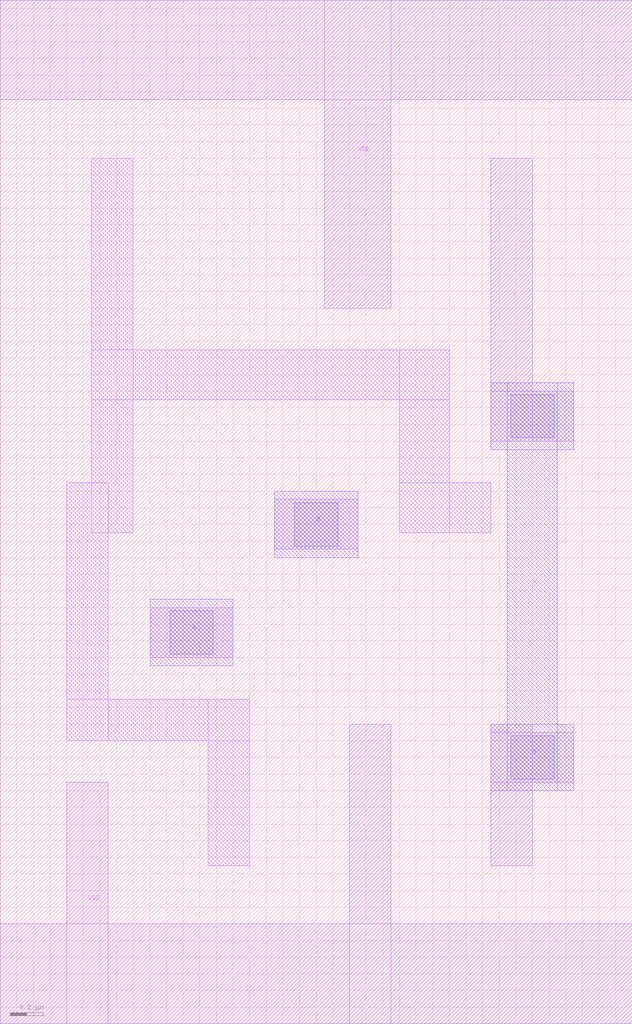
<source format=lef>
# Copyright 2022 Google LLC
# Licensed under the Apache License, Version 2.0 (the "License");
# you may not use this file except in compliance with the License.
# You may obtain a copy of the License at
#
#      http://www.apache.org/licenses/LICENSE-2.0
#
# Unless required by applicable law or agreed to in writing, software
# distributed under the License is distributed on an "AS IS" BASIS,
# WITHOUT WARRANTIES OR CONDITIONS OF ANY KIND, either express or implied.
# See the License for the specific language governing permissions and
# limitations under the License.
VERSION 5.7 ;
BUSBITCHARS "[]" ;
DIVIDERCHAR "/" ;

MACRO gf180mcu_osu_sc_9T_or2_1
  CLASS CORE ;
  ORIGIN 0 0 ;
  FOREIGN gf180mcu_osu_sc_9T_or2_1 0 0 ;
  SIZE 3.8 BY 6.15 ;
  SYMMETRY X Y ;
  SITE GF180_3p3_12t ;
  PIN VDD
    DIRECTION INOUT ;
    USE POWER ;
    SHAPE ABUTMENT ;
    PORT
      LAYER MET1 ;
        RECT 0 5.55 3.8 6.15 ;
        RECT 1.95 4.3 2.35 6.15 ;
    END
  END VDD
  PIN VSS
    DIRECTION INOUT ;
    USE GROUND ;
    PORT
      LAYER MET1 ;
        RECT 0 0 3.8 0.6 ;
        RECT 2.1 0 2.35 1.8 ;
        RECT 0.4 0 0.65 1.45 ;
    END
  END VSS
  PIN A
    DIRECTION INPUT ;
    USE SIGNAL ;
    PORT
      LAYER MET1 ;
        RECT 0.9 2.2 1.4 2.5 ;
      LAYER MET2 ;
        RECT 0.9 2.15 1.4 2.55 ;
      LAYER VIA12 ;
        RECT 1.02 2.22 1.28 2.48 ;
    END
  END A
  PIN B
    DIRECTION INPUT ;
    USE SIGNAL ;
    PORT
      LAYER MET1 ;
        RECT 1.65 2.85 2.15 3.15 ;
      LAYER MET2 ;
        RECT 1.65 2.8 2.15 3.2 ;
      LAYER VIA12 ;
        RECT 1.77 2.87 2.03 3.13 ;
    END
  END B
  PIN Y
    DIRECTION OUTPUT ;
    USE SIGNAL ;
    PORT
      LAYER MET1 ;
        RECT 2.95 1.45 3.45 1.75 ;
        RECT 2.95 0.95 3.2 1.8 ;
        RECT 2.95 3.5 3.45 3.8 ;
        RECT 2.95 3.5 3.2 5.2 ;
      LAYER MET2 ;
        RECT 2.95 3.45 3.45 3.85 ;
        RECT 2.95 1.4 3.45 1.8 ;
        RECT 3.05 1.4 3.35 3.85 ;
      LAYER VIA12 ;
        RECT 3.07 3.52 3.33 3.78 ;
        RECT 3.07 1.47 3.33 1.73 ;
    END
  END Y
  OBS
    LAYER MET1 ;
      RECT 0.55 2.95 0.8 5.2 ;
      RECT 0.55 3.75 2.7 4.05 ;
      RECT 2.4 2.95 2.7 4.05 ;
      RECT 2.4 2.95 2.95 3.25 ;
      RECT 0.4 1.7 0.65 3.25 ;
      RECT 0.4 1.7 1.5 1.95 ;
      RECT 1.25 0.95 1.5 1.95 ;
  END
END gf180mcu_osu_sc_9T_or2_1

</source>
